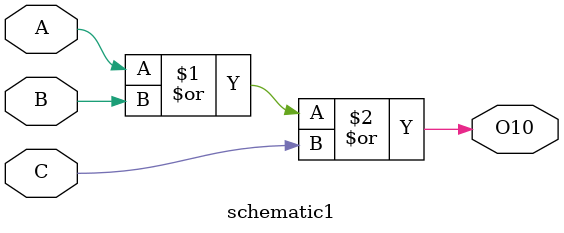
<source format=v>
module schematic1(
	input A,
	input B,
	input C,
	output O10
);


or U5 (O10,A, B, C);

endmodule

</source>
